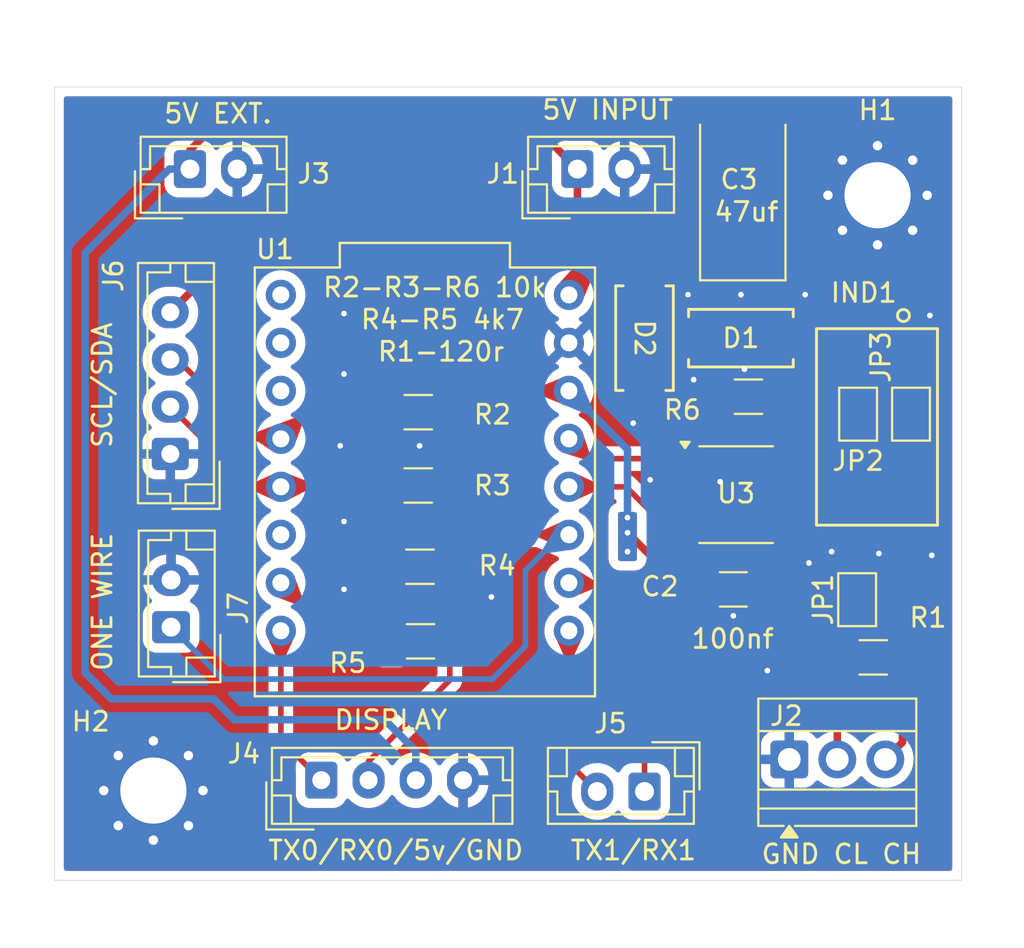
<source format=kicad_pcb>
(kicad_pcb (version 20241229) (generator "pcbnew") (generator_version "9.0")
  (layers (0 "F.Cu" signal "Front") (2 "B.Cu" signal "Back") (13 "F.Paste" user) (15 "B.Paste" user) (5 "F.SilkS" user "F.Silkscreen") (7 "B.SilkS" user "B.Silkscreen") (1 "F.Mask" user) (3 "B.Mask" user) (25 "Edge.Cuts" user))
  (net 0 "")
  (net 1 "/RX0")
  (net 2 "GND")
  (net 5 "+5V")
  (net 6 "/TX0")
  (net 7 "/TX1")
  (net 8 "/IO2")
  (net 9 "+3.3V")
  (net 11 "/RX1")
  (net 13 "Net-(D1-A1)")
  (net 14 "/SCL")
  (net 15 "/SDA")
  (net 16 "Net-(D2-A1)")
  (net 17 "/CANH")
  (net 18 "/CANL")
  (net 19 "Net-(JP1-A)")
  (net 20 "/CAN_TX")
  (net 21 "/CAN_RX")
  (net 22 "Net-(J4-Pin_2)")
  (net 23 "Net-(U3-Rs)")
  (footprint "Connector_JST:JST_EH_B4B-EH-A_1x04_P2.50mm_Vertical" (layer "F.Cu") (at 101.21 87.83 90)
    (property "Reference" "J6" (at 9.43 -3.01 90) (layer "F.SilkS"))
    (property "Value" "i2c")
    (fp_line (start 10.11 -1.71) (end -2.61 -1.71) (stroke (width 0.12)) (layer "F.SilkS"))
    (fp_line (start -2.61 -1.71) (end -2.61 2.31) (stroke (width 0.12)) (layer "F.SilkS"))
    (fp_line (start 9.61 -1.21) (end 9.61 0) (stroke (width 0.12)) (layer "F.SilkS"))
    (fp_line (start -2.11 -1.21) (end 9.61 -1.21) (stroke (width 0.12)) (layer "F.SilkS"))
    (fp_line (start 9.61 0) (end 10.11 0) (stroke (width 0.12)) (layer "F.SilkS"))
    (fp_line (start -2.11 0) (end -2.11 -1.21) (stroke (width 0.12)) (layer "F.SilkS"))
    (fp_line (start -2.61 0) (end -2.11 0) (stroke (width 0.12)) (layer "F.SilkS"))
    (fp_line (start -2.91 0.11) (end -2.91 2.61) (stroke (width 0.12)) (layer "F.SilkS"))
    (fp_line (start 10.11 0.81) (end 9.11 0.81) (stroke (width 0.12)) (layer "F.SilkS"))
    (fp_line (start 9.11 0.81) (end 9.11 2.31) (stroke (width 0.12)) (layer "F.SilkS"))
    (fp_line (start -1.61 0.81) (end -1.61 2.31) (stroke (width 0.12)) (layer "F.SilkS"))
    (fp_line (start -2.61 0.81) (end -1.61 0.81) (stroke (width 0.12)) (layer "F.SilkS"))
    (fp_line (start 10.11 2.31) (end 10.11 -1.71) (stroke (width 0.12)) (layer "F.SilkS"))
    (fp_line (start -2.61 2.31) (end 10.11 2.31) (stroke (width 0.12)) (layer "F.SilkS"))
    (fp_line (start -2.91 2.61) (end -0.41 2.61) (stroke (width 0.12)) (layer "F.SilkS"))
    (pad "1" thru_hole roundrect (at 0 0 90) (size 1.7 1.95) (drill 0.95) (layers "*.Cu" "*.Mask") (roundrect_rratio 0.147059) (net 2 "GND"))
    (pad "2" thru_hole oval (at 2.5 0 90) (size 1.7 1.95) (drill 0.95) (layers "*.Cu" "*.Mask") (net 14 "/SCL"))
    (pad "3" thru_hole oval (at 5 0 90) (size 1.7 1.95) (drill 0.95) (layers "*.Cu" "*.Mask") (net 15 "/SDA"))
    (pad "4" thru_hole oval (at 7.5 0 90) (size 1.7 1.95) (drill 0.95) (layers "*.Cu" "*.Mask") (net 9 "+3.3V"))
  )
  (footprint "Resistor_SMD:R_1206_3216Metric_Pad1.30x1.75mm_HandSolder" (layer "F.Cu") (at 131.8 84.8 180)
    (property "Reference" "R6" (at 3.5 -0.7 0) (layer "F.SilkS"))
    (property "Value" "10k")
    (fp_line (start -0.727064 0.91) (end 0.727064 0.91) (stroke (width 0.12)) (layer "F.SilkS"))
    (fp_line (start -0.727064 -0.91) (end 0.727064 -0.91) (stroke (width 0.12)) (layer "F.SilkS"))
    (pad "1" smd roundrect (at -1.55 0 180) (size 1.3 1.75) (layers "F.Cu" "F.Mask" "F.Paste") (roundrect_rratio 0.192308) (net 23 "Net-(U3-Rs)"))
    (pad "2" smd roundrect (at 1.55 0 180) (size 1.3 1.75) (layers "F.Cu" "F.Mask" "F.Paste") (roundrect_rratio 0.192308) (net 2 "GND"))
  )
  (footprint "Connector_JST:JST_EH_B4B-EH-A_1x04_P2.50mm_Vertical" (layer "F.Cu") (at 109.2 105.1)
    (property "Reference" "J4" (at -4.1 -1.4 0) (layer "F.SilkS"))
    (property "Value" "i2c")
    (fp_line (start -2.91 0.11) (end -2.91 2.61) (stroke (width 0.12)) (layer "F.SilkS"))
    (fp_line (start -2.91 2.61) (end -0.41 2.61) (stroke (width 0.12)) (layer "F.SilkS"))
    (fp_line (start -2.61 -1.71) (end -2.61 2.31) (stroke (width 0.12)) (layer "F.SilkS"))
    (fp_line (start -2.61 0) (end -2.11 0) (stroke (width 0.12)) (layer "F.SilkS"))
    (fp_line (start -2.61 0.81) (end -1.61 0.81) (stroke (width 0.12)) (layer "F.SilkS"))
    (fp_line (start -2.61 2.31) (end 10.11 2.31) (stroke (width 0.12)) (layer "F.SilkS"))
    (fp_line (start -2.11 -1.21) (end 9.61 -1.21) (stroke (width 0.12)) (layer "F.SilkS"))
    (fp_line (start -2.11 0) (end -2.11 -1.21) (stroke (width 0.12)) (layer "F.SilkS"))
    (fp_line (start -1.61 0.81) (end -1.61 2.31) (stroke (width 0.12)) (layer "F.SilkS"))
    (fp_line (start 9.11 0.81) (end 9.11 2.31) (stroke (width 0.12)) (layer "F.SilkS"))
    (fp_line (start 9.61 -1.21) (end 9.61 0) (stroke (width 0.12)) (layer "F.SilkS"))
    (fp_line (start 9.61 0) (end 10.11 0) (stroke (width 0.12)) (layer "F.SilkS"))
    (fp_line (start 10.11 -1.71) (end -2.61 -1.71) (stroke (width 0.12)) (layer "F.SilkS"))
    (fp_line (start 10.11 0.81) (end 9.11 0.81) (stroke (width 0.12)) (layer "F.SilkS"))
    (fp_line (start 10.11 2.31) (end 10.11 -1.71) (stroke (width 0.12)) (layer "F.SilkS"))
    (pad "1" thru_hole roundrect (at 0 0) (size 1.7 1.95) (drill 0.95) (layers "*.Cu" "*.Mask") (roundrect_rratio 0.147059) (net 6 "/TX0"))
    (pad "2" thru_hole oval (at 2.5 0) (size 1.7 1.95) (drill 0.95) (layers "*.Cu" "*.Mask") (net 22 "Net-(J4-Pin_2)"))
    (pad "3" thru_hole oval (at 5 0) (size 1.7 1.95) (drill 0.95) (layers "*.Cu" "*.Mask") (net 5 "+5V"))
    (pad "4" thru_hole oval (at 7.5 0) (size 1.7 1.95) (drill 0.95) (layers "*.Cu" "*.Mask") (net 2 "GND"))
  )
  (footprint "Connector_JST:JST_EH_B2B-EH-A_1x02_P2.50mm_Vertical" (layer "F.Cu") (at 102.25 72.75)
    (property "Reference" "J3" (at 6.55 0.25 0) (layer "F.SilkS"))
    (property "Value" "Display Pwr")
    (fp_line (start -2.91 0.11) (end -2.91 2.61) (stroke (width 0.12)) (layer "F.SilkS"))
    (fp_line (start -2.91 2.61) (end -0.41 2.61) (stroke (width 0.12)) (layer "F.SilkS"))
    (fp_line (start -2.61 -1.71) (end -2.61 2.31) (stroke (width 0.12)) (layer "F.SilkS"))
    (fp_line (start -2.61 0) (end -2.11 0) (stroke (width 0.12)) (layer "F.SilkS"))
    (fp_line (start -2.61 0.81) (end -1.61 0.81) (stroke (width 0.12)) (layer "F.SilkS"))
    (fp_line (start -2.61 2.31) (end 5.11 2.31) (stroke (width 0.12)) (layer "F.SilkS"))
    (fp_line (start -2.11 -1.21) (end 4.61 -1.21) (stroke (width 0.12)) (layer "F.SilkS"))
    (fp_line (start -2.11 0) (end -2.11 -1.21) (stroke (width 0.12)) (layer "F.SilkS"))
    (fp_line (start -1.61 0.81) (end -1.61 2.31) (stroke (width 0.12)) (layer "F.SilkS"))
    (fp_line (start 4.11 0.81) (end 4.11 2.31) (stroke (width 0.12)) (layer "F.SilkS"))
    (fp_line (start 4.61 -1.21) (end 4.61 0) (stroke (width 0.12)) (layer "F.SilkS"))
    (fp_line (start 4.61 0) (end 5.11 0) (stroke (width 0.12)) (layer "F.SilkS"))
    (fp_line (start 5.11 -1.71) (end -2.61 -1.71) (stroke (width 0.12)) (layer "F.SilkS"))
    (fp_line (start 5.11 0.81) (end 4.11 0.81) (stroke (width 0.12)) (layer "F.SilkS"))
    (fp_line (start 5.11 2.31) (end 5.11 -1.71) (stroke (width 0.12)) (layer "F.SilkS"))
    (pad "1" thru_hole roundrect (at 0 0) (size 1.7 2) (drill 1) (layers "*.Cu" "*.Mask") (roundrect_rratio 0.147059) (net 5 "+5V"))
    (pad "2" thru_hole oval (at 2.5 0) (size 1.7 2) (drill 1) (layers "*.Cu" "*.Mask") (net 2 "GND"))
  )
  (footprint "MountingHole:MountingHole_3.5mm_Pad_Via" (layer "F.Cu") (at 138.63 74.135)
    (property "Reference" "H1" (at 0 -4.5 0) (layer "F.SilkS"))
    (property "Value" "MountingHole_Pad")
    (pad "1" thru_hole circle (at -2.625 0) (size 0.8 0.8) (drill 0.5) (layers "*.Cu" "*.Mask") (net 2 "GND"))
    (pad "1" thru_hole circle (at -1.856155 -1.856155) (size 0.8 0.8) (drill 0.5) (layers "*.Cu" "*.Mask") (net 2 "GND"))
    (pad "1" thru_hole circle (at -1.856155 1.856155) (size 0.8 0.8) (drill 0.5) (layers "*.Cu" "*.Mask") (net 2 "GND"))
    (pad "1" thru_hole circle (at 0 -2.625) (size 0.8 0.8) (drill 0.5) (layers "*.Cu" "*.Mask") (net 2 "GND"))
    (pad "1" thru_hole circle (at 0 0) (size 7 7) (drill 3.5) (layers "*.Cu" "*.Mask") (net 2 "GND"))
    (pad "1" thru_hole circle (at 0 2.625) (size 0.8 0.8) (drill 0.5) (layers "*.Cu" "*.Mask") (net 2 "GND"))
    (pad "1" thru_hole circle (at 1.856155 -1.856155) (size 0.8 0.8) (drill 0.5) (layers "*.Cu" "*.Mask") (net 2 "GND"))
    (pad "1" thru_hole circle (at 1.856155 1.856155) (size 0.8 0.8) (drill 0.5) (layers "*.Cu" "*.Mask") (net 2 "GND"))
    (pad "1" thru_hole circle (at 2.625 0) (size 0.8 0.8) (drill 0.5) (layers "*.Cu" "*.Mask") (net 2 "GND"))
  )
  (footprint "smb-diode:DIODE_DO-214AC-L" (layer "F.Cu") (at 131.4 81.7 180)
    (property "Reference" "D1" (at 0 0 0) (layer "F.SilkS"))
    (property "Value" "SMBJ30CA")
    (fp_line (start 2.7686 1.524) (end 2.7686 1.128939) (stroke (width 0.1524)) (layer "F.SilkS"))
    (fp_line (start 2.7686 -1.128939) (end 2.7686 -1.524) (stroke (width 0.1524)) (layer "F.SilkS"))
    (fp_line (start 2.7686 -1.524) (end -2.7686 -1.524) (stroke (width 0.1524)) (layer "F.SilkS"))
    (fp_line (start -2.7686 1.524) (end 2.7686 1.524) (stroke (width 0.1524)) (layer "F.SilkS"))
    (fp_line (start -2.7686 1.128939) (end -2.7686 1.524) (stroke (width 0.1524)) (layer "F.SilkS"))
    (fp_line (start -2.7686 -1.524) (end -2.7686 -1.128939) (stroke (width 0.1524)) (layer "F.SilkS"))
    (pad "1" smd rect (at -1.8161 0 270) (size 1.6002 1.8034) (layers "F.Cu" "F.Mask" "F.Paste") (net 13 "Net-(D1-A1)"))
    (pad "2" smd rect (at 1.8161 0 270) (size 1.6002 1.8034) (layers "F.Cu" "F.Mask" "F.Paste") (net 2 "GND"))
    (zone (net 0) (net_name "") (layer "F.Cu") (connect_pads (clearance 0)) (min_thickness 0.254)
      (keepout (tracks not_allowed) (vias not_allowed) (pads allowed) (copperpour not_allowed) (footprints allowed))
      (fill (thermal_gap 0.508) (thermal_bridge_width 0.508))
      (polygon (pts (xy 132.2636 82.5763) (xy 130.5364 82.5763) (xy 130.5364 80.8237) (xy 132.2636 80.8237)))
    )
    (zone (net 0) (net_name "") (layer "F.Cu") (connect_pads (clearance 0)) (min_thickness 0.254)
      (keepout (tracks not_allowed) (vias not_allowed) (pads allowed) (copperpour not_allowed) (footprints allowed))
      (fill (thermal_gap 0.508) (thermal_bridge_width 0.508))
      (polygon (pts (xy 133.9908 80.8237) (xy 128.8092 80.8237) (xy 128.8092 80.3538) (xy 133.9908 80.3538)))
    )
    (zone (net 0) (net_name "") (layer "F.Cu") (connect_pads (clearance 0)) (min_thickness 0.254)
      (keepout (tracks not_allowed) (vias not_allowed) (pads allowed) (copperpour not_allowed) (footprints allowed))
      (fill (thermal_gap 0.508) (thermal_bridge_width 0.508))
      (polygon (pts (xy 133.9908 83.0462) (xy 128.8092 83.0462) (xy 128.8092 82.5763) (xy 133.9908 82.5763)))
    )
  )
  (footprint "Resistor_SMD:R_1206_3216Metric_Pad1.30x1.75mm_HandSolder" (layer "F.Cu") (at 138.4 98.6 180)
    (property "Reference" "R1" (at -2.9 2.1 0) (layer "F.SilkS"))
    (property "Value" "120R")
    (fp_line (start -0.727064 0.91) (end 0.727064 0.91) (stroke (width 0.12)) (layer "F.SilkS"))
    (fp_line (start -0.727064 -0.91) (end 0.727064 -0.91) (stroke (width 0.12)) (layer "F.SilkS"))
    (pad "1" smd roundrect (at -1.55 0 180) (size 1.3 1.75) (layers "F.Cu" "F.Mask" "F.Paste") (roundrect_rratio 0.192308) (net 17 "/CANH"))
    (pad "2" smd roundrect (at 1.55 0 180) (size 1.3 1.75) (layers "F.Cu" "F.Mask" "F.Paste") (roundrect_rratio 0.192308) (net 19 "Net-(JP1-A)"))
  )
  (footprint "Jumper:SolderJumper-2_P1.3mm_Open_TrianglePad1.0x1.5mm" (layer "F.Cu") (at 140.4 85.725 -90)
    (property "Reference" "JP3" (at -3.025 1.6 90) (layer "F.SilkS"))
    (property "Value" "SolderJumper_2_Open")
    (fp_line (start -1.4 1) (end -1.4 -1) (stroke (width 0.12)) (layer "F.SilkS"))
    (fp_line (start 1.4 1) (end -1.4 1) (stroke (width 0.12)) (layer "F.SilkS"))
    (fp_line (start -1.4 -1) (end 1.4 -1) (stroke (width 0.12)) (layer "F.SilkS"))
    (fp_line (start 1.4 -1) (end 1.4 1) (stroke (width 0.12)) (layer "F.SilkS"))
    (pad "1" smd custom (at -0.725 0 270) (size 0.3 0.3) (layers "F.Cu" "F.Mask") (net 13 "Net-(D1-A1)") (options (clearance outline) (anchor rect)) (primitives (gr_poly (pts (xy 1 0) (xy 0.5 0.75) (xy -0.5 0.75) (xy -0.5 -0.75) (xy 0.5 -0.75)) (width 0) (fill yes))))
    (pad "2" smd custom (at 0.725 0 270) (size 0.3 0.3) (layers "F.Cu" "F.Mask") (net 17 "/CANH") (options (clearance outline) (anchor rect)) (primitives (gr_poly (pts (xy 0.5 0.75) (xy -0.65 0.75) (xy -0.15 0) (xy -0.65 -0.75) (xy 0.5 -0.75)) (width 0) (fill yes))))
  )
  (footprint "Resistor_SMD:R_1206_3216Metric_Pad1.30x1.75mm_HandSolder" (layer "F.Cu") (at 114.33 89.5 180)
    (property "Reference" "R3" (at -3.92 0 0) (layer "F.SilkS"))
    (property "Value" "10k")
    (fp_line (start -0.727064 0.91) (end 0.727064 0.91) (stroke (width 0.12)) (layer "F.SilkS"))
    (fp_line (start -0.727064 -0.91) (end 0.727064 -0.91) (stroke (width 0.12)) (layer "F.SilkS"))
    (pad "1" smd roundrect (at -1.55 0 180) (size 1.3 1.75) (layers "F.Cu" "F.Mask" "F.Paste") (roundrect_rratio 0.192308) (net 9 "+3.3V"))
    (pad "2" smd roundrect (at 1.55 0 180) (size 1.3 1.75) (layers "F.Cu" "F.Mask" "F.Paste") (roundrect_rratio 0.192308) (net 14 "/SCL"))
  )
  (footprint "TerminalBlock:TerminalBlock_Xinya_XY308-2.54-3P_1x03_P2.54mm_Horizontal" (layer "F.Cu") (at 133.96 104)
    (property "Reference" "J2" (at -0.16 -2.3 0) (layer "F.SilkS"))
    (property "Value" "Screw_Terminal_01x03")
    (fp_line (start -1.64 -3.22) (end -1.64 3.52) (stroke (width 0.12)) (layer "F.SilkS"))
    (fp_line (start -1.64 -3.22) (end 6.72 -3.22) (stroke (width 0.12)) (layer "F.SilkS"))
    (fp_line (start -1.64 -1.5) (end 6.72 -1.5) (stroke (width 0.12)) (layer "F.SilkS"))
    (fp_line (start -1.64 1.6) (end 6.72 1.6) (stroke (width 0.12)) (layer "F.SilkS"))
    (fp_line (start -1.64 2.6) (end 6.72 2.6) (stroke (width 0.12)) (layer "F.SilkS"))
    (fp_line (start -1.64 3.52) (end -0.3 3.52) (stroke (width 0.12)) (layer "F.SilkS"))
    (fp_line (start 0.3 3.52) (end 6.72 3.52) (stroke (width 0.12)) (layer "F.SilkS"))
    (fp_line (start 6.72 -3.22) (end 6.72 3.52) (stroke (width 0.12)) (layer "F.SilkS"))
    (fp_poly (pts (xy 0 3.52) (xy 0.44 4.13) (xy -0.44 4.13)) (stroke (width 0.12)) (fill yes) (layer "F.SilkS"))
    (pad "1" thru_hole roundrect (at 0 0) (size 2 2) (drill 1.2) (layers "*.Cu" "*.Mask") (roundrect_rratio 0.125) (net 2 "GND"))
    (pad "2" thru_hole circle (at 2.54 0) (size 2 2) (drill 1.2) (layers "*.Cu" "*.Mask") (net 18 "/CANL"))
    (pad "3" thru_hole circle (at 5.08 0) (size 2 2) (drill 1.2) (layers "*.Cu" "*.Mask") (net 17 "/CANH"))
  )
  (footprint "Resistor_SMD:R_1206_3216Metric_Pad1.30x1.75mm_HandSolder" (layer "F.Cu") (at 114.45 97.75 180)
    (property "Reference" "R5" (at 3.85 -1.15 0) (layer "F.SilkS"))
    (property "Value" "4k7")
    (fp_line (start -0.727064 0.91) (end 0.727064 0.91) (stroke (width 0.12)) (layer "F.SilkS"))
    (fp_line (start -0.727064 -0.91) (end 0.727064 -0.91) (stroke (width 0.12)) (layer "F.SilkS"))
    (pad "1" smd roundrect (at -1.55 0 180) (size 1.3 1.75) (layers "F.Cu" "F.Mask" "F.Paste") (roundrect_rratio 0.192308) (net 22 "Net-(J4-Pin_2)"))
    (pad "2" smd roundrect (at 1.55 0 180) (size 1.3 1.75) (layers "F.Cu" "F.Mask" "F.Paste") (roundrect_rratio 0.192308) (net 1 "/RX0"))
  )
  (footprint "dr331:DR331" (layer "F.Cu") (at 138.5 86.3 -90)
    (property "Reference" "IND1" (at -7 0.6 0) (layer "F.SilkS"))
    (property "Value" "DR331-513AE")
    (fp_line (start -5.1 3.1) (end 5.3 3.1) (stroke (width 0.1524)) (layer "F.SilkS"))
    (fp_line (start 5.3 3.1) (end 5.3 -3.3) (stroke (width 0.1524)) (layer "F.SilkS"))
    (fp_line (start -5.1 -3.3) (end -5.1 3.1) (stroke (width 0.1524)) (layer "F.SilkS"))
    (fp_line (start 5.3 -3.3) (end -5.1 -3.3) (stroke (width 0.1524)) (layer "F.SilkS"))
    (fp_circle (center -5.8 -1.5) (end -5.6984 -1.2) (stroke (width 0.1524)) (fill no) (layer "F.SilkS"))
    (pad "1" smd rect (at -4 -1.5 270) (size 2 1) (layers "F.Cu" "F.Mask" "F.Paste") (net 13 "Net-(D1-A1)"))
    (pad "2" smd rect (at -3.9 1.2 270) (size 2 1) (layers "F.Cu" "F.Mask" "F.Paste") (net 16 "Net-(D2-A1)"))
    (pad "3" smd rect (at 4.2 1.2 270) (size 2 1) (layers "F.Cu" "F.Mask" "F.Paste") (net 18 "/CANL"))
    (pad "4" smd rect (at 4.2 -1.5 270) (size 2 1) (layers "F.Cu" "F.Mask" "F.Paste") (net 17 "/CANH"))
  )
  (footprint "Connector_JST:JST_EH_B2B-EH-A_1x02_P2.50mm_Vertical" (layer "F.Cu") (at 122.75 72.75)
    (property "Reference" "J1" (at -3.95 0.25 0) (layer "F.SilkS"))
    (property "Value" "5v In.")
    (fp_line (start -2.91 0.11) (end -2.91 2.61) (stroke (width 0.12)) (layer "F.SilkS"))
    (fp_line (start -2.91 2.61) (end -0.41 2.61) (stroke (width 0.12)) (layer "F.SilkS"))
    (fp_line (start -2.61 -1.71) (end -2.61 2.31) (stroke (width 0.12)) (layer "F.SilkS"))
    (fp_line (start -2.61 0) (end -2.11 0) (stroke (width 0.12)) (layer "F.SilkS"))
    (fp_line (start -2.61 0.81) (end -1.61 0.81) (stroke (width 0.12)) (layer "F.SilkS"))
    (fp_line (start -2.61 2.31) (end 5.11 2.31) (stroke (width 0.12)) (layer "F.SilkS"))
    (fp_line (start -2.11 -1.21) (end 4.61 -1.21) (stroke (width 0.12)) (layer "F.SilkS"))
    (fp_line (start -2.11 0) (end -2.11 -1.21) (stroke (width 0.12)) (layer "F.SilkS"))
    (fp_line (start -1.61 0.81) (end -1.61 2.31) (stroke (width 0.12)) (layer "F.SilkS"))
    (fp_line (start 4.11 0.81) (end 4.11 2.31) (stroke (width 0.12)) (layer "F.SilkS"))
    (fp_line (start 4.61 -1.21) (end 4.61 0) (stroke (width 0.12)) (layer "F.SilkS"))
    (fp_line (start 4.61 0) (end 5.11 0) (stroke (width 0.12)) (layer "F.SilkS"))
    (fp_line (start 5.11 -1.71) (end -2.61 -1.71) (stroke (width 0.12)) (layer "F.SilkS"))
    (fp_line (start 5.11 0.81) (end 4.11 0.81) (stroke (width 0.12)) (layer "F.SilkS"))
    (fp_line (start 5.11 2.31) (end 5.11 -1.71) (stroke (width 0.12)) (layer "F.SilkS"))
    (pad "1" thru_hole roundrect (at 0 0) (size 1.7 2) (drill 1) (layers "*.Cu" "*.Mask") (roundrect_rratio 0.147059) (net 5 "+5V"))
    (pad "2" thru_hole oval (at 2.5 0) (size 1.7 2) (drill 1) (layers "*.Cu" "*.Mask") (net 2 "GND"))
  )
  (footprint "MountingHole:MountingHole_3.5mm_Pad_Via" (layer "F.Cu") (at 100.315 105.65)
    (property "Reference" "H2" (at -3.315 -3.65 0) (layer "F.SilkS"))
    (property "Value" "MountingHole_Pad")
    (pad "1" thru_hole circle (at -2.625 0) (size 0.8 0.8) (drill 0.5) (layers "*.Cu" "*.Mask") (net 2 "GND"))
    (pad "1" thru_hole circle (at -1.856155 -1.856155) (size 0.8 0.8) (drill 0.5) (layers "*.Cu" "*.Mask") (net 2 "GND"))
    (pad "1" thru_hole circle (at -1.856155 1.856155) (size 0.8 0.8) (drill 0.5) (layers "*.Cu" "*.Mask") (net 2 "GND"))
    (pad "1" thru_hole circle (at 0 -2.625) (size 0.8 0.8) (drill 0.5) (layers "*.Cu" "*.Mask") (net 2 "GND"))
    (pad "1" thru_hole circle (at 0 0) (size 7 7) (drill 3.5) (layers "*.Cu" "*.Mask") (net 2 "GND"))
    (pad "1" thru_hole circle (at 0 2.625) (size 0.8 0.8) (drill 0.5) (layers "*.Cu" "*.Mask") (net 2 "GND"))
    (pad "1" thru_hole circle (at 1.856155 -1.856155) (size 0.8 0.8) (drill 0.5) (layers "*.Cu" "*.Mask") (net 2 "GND"))
    (pad "1" thru_hole circle (at 1.856155 1.856155) (size 0.8 0.8) (drill 0.5) (layers "*.Cu" "*.Mask") (net 2 "GND"))
    (pad "1" thru_hole circle (at 2.625 0) (size 0.8 0.8) (drill 0.5) (layers "*.Cu" "*.Mask") (net 2 "GND"))
  )
  (footprint "Connector_JST:JST_EH_B2B-EH-A_1x02_P2.50mm_Vertical" (layer "F.Cu") (at 126.3 105.7 180)
    (property "Reference" "J5" (at 1.8 3.6 180) (layer "F.SilkS"))
    (property "Value" "TX1-RX1")
    (fp_line (start 5.11 2.31) (end 5.11 -1.71) (stroke (width 0.12)) (layer "F.SilkS"))
    (fp_line (start 5.11 0.81) (end 4.11 0.81) (stroke (width 0.12)) (layer "F.SilkS"))
    (fp_line (start 5.11 -1.71) (end -2.61 -1.71) (stroke (width 0.12)) (layer "F.SilkS"))
    (fp_line (start 4.61 0) (end 5.11 0) (stroke (width 0.12)) (layer "F.SilkS"))
    (fp_line (start 4.61 -1.21) (end 4.61 0) (stroke (width 0.12)) (layer "F.SilkS"))
    (fp_line (start 4.11 0.81) (end 4.11 2.31) (stroke (width 0.12)) (layer "F.SilkS"))
    (fp_line (start -1.61 0.81) (end -1.61 2.31) (stroke (width 0.12)) (layer "F.SilkS"))
    (fp_line (start -2.11 0) (end -2.11 -1.21) (stroke (width 0.12)) (layer "F.SilkS"))
    (fp_line (start -2.11 -1.21) (end 4.61 -1.21) (stroke (width 0.12)) (layer "F.SilkS"))
    (fp_line (start -2.61 2.31) (end 5.11 2.31) (stroke (width 0.12)) (layer "F.SilkS"))
    (fp_line (start -2.61 0.81) (end -1.61 0.81) (stroke (width 0.12)) (layer "F.SilkS"))
    (fp_line (start -2.61 0) (end -2.11 0) (stroke (width 0.12)) (layer "F.SilkS"))
    (fp_line (start -2.61 -1.71) (end -2.61 2.31) (stroke (width 0.12)) (layer "F.SilkS"))
    (fp_line (start -2.91 2.61) (end -0.41 2.61) (stroke (width 0.12)) (layer "F.SilkS"))
    (fp_line (start -2.91 0.11) (end -2.91 2.61) (stroke (width 0.12)) (layer "F.SilkS"))
    (pad "1" thru_hole roundrect (at 0 0 180) (size 1.7 2) (drill 1) (layers "*.Cu" "*.Mask") (roundrect_rratio 0.147059) (net 11 "/RX1"))
    (pad "2" thru_hole oval (at 2.5 0 180) (size 1.7 2) (drill 1) (layers "*.Cu" "*.Mask") (net 7 "/TX1"))
  )
  (footprint "smb-diode:DIODE_DO-214AC-L" (layer "F.Cu") (at 126.3 81.7 90)
    (property "Reference" "D2" (at 0 0 270) (layer "F.SilkS"))
    (property "Value" "SMBJ30CA")
    (fp_line (start 2.7686 -1.524) (end -2.7686 -1.524) (stroke (width 0.1524)) (layer "F.SilkS"))
    (fp_line (start -2.7686 -1.524) (end -2.7686 -1.128939) (stroke (width 0.1524)) (layer "F.SilkS"))
    (fp_line (start 2.7686 -1.128939) (end 2.7686 -1.524) (stroke (width 0.1524)) (layer "F.SilkS"))
    (fp_line (start -2.7686 1.128939) (end -2.7686 1.524) (stroke (width 0.1524)) (layer "F.SilkS"))
    (fp_line (start 2.7686 1.524) (end 2.7686 1.128939) (stroke (width 0.1524)) (layer "F.SilkS"))
    (fp_line (start -2.7686 1.524) (end 2.7686 1.524) (stroke (width 0.1524)) (layer "F.SilkS"))
    (pad "1" smd rect (at -1.8161 0 180) (size 1.6002 1.8034) (layers "F.Cu" "F.Mask" "F.Paste") (net 16 "Net-(D2-A1)"))
    (pad "2" smd rect (at 1.8161 0 180) (size 1.6002 1.8034) (layers "F.Cu" "F.Mask" "F.Paste") (net 2 "GND"))
    (zone (net 0) (net_name "") (layer "F.Cu") (connect_pads (clearance 0)) (min_thickness 0.254)
      (keepout (tracks not_allowed) (vias not_allowed) (pads allowed) (copperpour not_allowed) (footprints allowed))
      (fill (thermal_gap 0.508) (thermal_bridge_width 0.508))
      (polygon (pts (xy 124.9538 84.2908) (xy 124.9538 79.1092) (xy 125.4237 79.1092) (xy 125.4237 84.2908)))
    )
    (zone (net 0) (net_name "") (layer "F.Cu") (connect_pads (clearance 0)) (min_thickness 0.254)
      (keepout (tracks not_allowed) (vias not_allowed) (pads allowed) (copperpour not_allowed) (footprints allowed))
      (fill (thermal_gap 0.508) (thermal_bridge_width 0.508))
      (polygon (pts (xy 125.4237 82.5636) (xy 125.4237 80.8364) (xy 127.1763 80.8364) (xy 127.1763 82.5636)))
    )
    (zone (net 0) (net_name "") (layer "F.Cu") (connect_pads (clearance 0)) (min_thickness 0.254)
      (keepout (tracks not_allowed) (vias not_allowed) (pads allowed) (copperpour not_allowed) (footprints allowed))
      (fill (thermal_gap 0.508) (thermal_bridge_width 0.508))
      (polygon (pts (xy 127.1763 84.2908) (xy 127.1763 79.1092) (xy 127.6462 79.1092) (xy 127.6462 84.2908)))
    )
  )
  (footprint "Resistor_SMD:R_1206_3216Metric_Pad1.30x1.75mm_HandSolder" (layer "F.Cu") (at 114.42 93.8)
    (property "Reference" "R4" (at 4.08 -0.05 0) (layer "F.SilkS"))
    (property "Value" "4k7")
    (fp_line (start -0.727064 -0.91) (end 0.727064 -0.91) (stroke (width 0.12)) (layer "F.SilkS"))
    (fp_line (start -0.727064 0.91) (end 0.727064 0.91) (stroke (width 0.12)) (layer "F.SilkS"))
    (pad "1" smd roundrect (at -1.55 0) (size 1.3 1.75) (layers "F.Cu" "F.Mask" "F.Paste") (roundrect_rratio 0.192308) (net 9 "+3.3V"))
    (pad "2" smd roundrect (at 1.55 0) (size 1.3 1.75) (layers "F.Cu" "F.Mask" "F.Paste") (roundrect_rratio 0.192308) (net 8 "/IO2"))
  )
  (footprint "Package_DIP:MODULE_ESP32-C3_SUPERMINI" (layer "F.Cu") (at 114.68 89.31)
    (property "Reference" "U1" (at -7.93 -12.31 0) (layer "F.SilkS"))
    (property "Value" "ESP32-C3_SUPERMINI_TH")
    (fp_line (start -9 11.35) (end -9 -11.35) (stroke (width 0.127)) (layer "F.SilkS"))
    (fp_line (start -4.5 -12.65) (end -4.5 -11.35) (stroke (width 0.127)) (layer "F.SilkS"))
    (fp_line (start -4.5 -11.35) (end -9 -11.35) (stroke (width 0.127)) (layer "F.SilkS"))
    (fp_line (start 4.5 -12.65) (end -4.5 -12.65) (stroke (width 0.127)) (layer "F.SilkS"))
    (fp_line (start 4.5 -12.65) (end 4.5 -11.35) (stroke (width 0.127)) (layer "F.SilkS"))
    (fp_line (start 9 -11.35) (end 4.5 -11.35) (stroke (width 0.127)) (layer "F.SilkS"))
    (fp_line (start 9 11.35) (end -9 11.35) (stroke (width 0.127)) (layer "F.SilkS"))
    (fp_line (start 9 11.35) (end 9 -11.35) (stroke (width 0.127)) (layer "F.SilkS"))
    (pad "0" thru_hole circle (at 7.62 7.88) (size 1.6 1.6) (drill 0.9) (layers "*.Cu" "*.Mask") (net 7 "/TX1"))
    (pad "1" thru_hole circle (at 7.62 5.34) (size 1.6 1.6) (drill 0.9) (layers "*.Cu" "*.Mask") (net 11 "/RX1"))
    (pad "2" thru_hole circle (at 7.62 2.8) (size 1.6 1.6) (drill 0.9) (layers "*.Cu" "*.Mask") (net 8 "/IO2"))
    (pad "3" thru_hole circle (at 7.62 0.26) (size 1.6 1.6) (drill 0.9) (layers "*.Cu" "*.Mask") (net 21 "/CAN_RX"))
    (pad "3.3" thru_hole circle (at 7.62 -4.82) (size 1.6 1.6) (drill 0.9) (layers "*.Cu" "*.Mask") (net 9 "+3.3V"))
    (pad "4" thru_hole circle (at 7.62 -2.28) (size 1.6 1.6) (drill 0.9) (layers "*.Cu" "*.Mask") (net 20 "/CAN_TX"))
    (pad "5" thru_hole circle (at -7.62 -9.9) (size 1.6 1.6) (drill 0.9) (layers "*.Cu" "*.Mask"))
    (pad "5V" thru_hole circle (at 7.62 -9.9) (size 1.6 1.6) (drill 0.9) (layers "*.Cu" "*.Mask") (net 5 "+5V"))
    (pad "6" thru_hole circle (at -7.62 -7.36) (size 1.6 1.6) (drill 0.9) (layers "*.Cu" "*.Mask"))
    (pad "7" thru_hole circle (at -7.62 -4.82) (size 1.6 1.6) (drill 0.9) (layers "*.Cu" "*.Mask"))
    (pad "8" thru_hole circle (at -7.62 -2.28) (size 1.6 1.6) (drill 0.9) (layers "*.Cu" "*.Mask") (net 15 "/SDA"))
    (pad "9" thru_hole circle (at -7.62 0.26) (size 1.6 1.6) (drill 0.9) (layers "*.Cu" "*.Mask") (net 14 "/SCL"))
    (pad "10" thru_hole circle (at -7.62 2.8) (size 1.6 1.6) (drill 0.9) (layers "*.Cu" "*.Mask"))
    (pad "20" thru_hole circle (at -7.62 5.34) (size 1.6 1.6) (drill 0.9) (layers "*.Cu" "*.Mask") (net 1 "/RX0"))
    (pad "21" thru_hole circle (at -7.62 7.88) (size 1.6 1.6) (drill 0.9) (layers "*.Cu" "*.Mask") (net 6 "/TX0"))
    (pad "G" thru_hole circle (at 7.62 -7.36) (size 1.6 1.6) (drill 0.9) (layers "*.Cu" "*.Mask") (net 2 "GND"))
  )
  (footprint "Capacitor_SMD:C_1206_3216Metric_Pad1.33x1.80mm_HandSolder" (layer "F.Cu") (at 131 95 180)
    (property "Reference" "C2" (at 3.8825 0.15 0) (layer "F.SilkS"))
    (property "Value" "100nf")
    (fp_line (start -0.711252 0.91) (end 0.711252 0.91) (stroke (width 0.12)) (layer "F.SilkS"))
    (fp_line (start -0.711252 -0.91) (end 0.711252 -0.91) (stroke (width 0.12)) (layer "F.SilkS"))
    (pad "1" smd roundrect (at -1.5625 0 180) (size 1.325 1.8) (layers "F.Cu" "F.Mask" "F.Paste") (roundrect_rratio 0.188679) (net 9 "+3.3V"))
    (pad "2" smd roundrect (at 1.5625 0 180) (size 1.325 1.8) (layers "F.Cu" "F.Mask" "F.Paste") (roundrect_rratio 0.188679) (net 2 "GND"))
  )
  (footprint "Jumper:SolderJumper-2_P1.3mm_Bridged_Pad1.0x1.5mm" (layer "F.Cu") (at 137.55 95.545 90)
    (property "Reference" "JP1" (at 0 -1.8 90) (layer "F.SilkS"))
    (property "Value" "SolderJumper_2_Closed")
    (fp_poly (pts (xy -0.25 -0.3) (xy 0.25 -0.3) (xy 0.25 0.3) (xy -0.25 0.3)) (fill yes) (layer "F.Cu"))
    (fp_line (start 1.4 -1) (end 1.4 1) (stroke (width 0.12)) (layer "F.SilkS"))
    (fp_line (start -1.4 -1) (end 1.4 -1) (stroke (width 0.12)) (layer "F.SilkS"))
    (fp_line (start 1.4 1) (end -1.4 1) (stroke (width 0.12)) (layer "F.SilkS"))
    (fp_line (start -1.4 1) (end -1.4 -1) (stroke (width 0.12)) (layer "F.SilkS"))
    (pad "1" smd rect (at -0.65 0 90) (size 1 1.5) (layers "F.Cu" "F.Mask") (net 19 "Net-(JP1-A)"))
    (pad "2" smd rect (at 0.65 0 90) (size 1 1.5) (layers "F.Cu" "F.Mask") (net 18 "/CANL"))
  )
  (footprint "Connector_JST:JST_EH_B2B-EH-A_1x02_P2.50mm_Vertical" (layer "F.Cu") (at 101.25 97 90)
    (property "Reference" "J7" (at 1 3.55 90) (layer "F.SilkS"))
    (property "Value" "One_Wire")
    (fp_line (start 5.11 -1.71) (end -2.61 -1.71) (stroke (width 0.12)) (layer "F.SilkS"))
    (fp_line (start -2.61 -1.71) (end -2.61 2.31) (stroke (width 0.12)) (layer "F.SilkS"))
    (fp_line (start 4.61 -1.21) (end 4.61 0) (stroke (width 0.12)) (layer "F.SilkS"))
    (fp_line (start -2.11 -1.21) (end 4.61 -1.21) (stroke (width 0.12)) (layer "F.SilkS"))
    (fp_line (start 4.61 0) (end 5.11 0) (stroke (width 0.12)) (layer "F.SilkS"))
    (fp_line (start -2.11 0) (end -2.11 -1.21) (stroke (width 0.12)) (layer "F.SilkS"))
    (fp_line (start -2.61 0) (end -2.11 0) (stroke (width 0.12)) (layer "F.SilkS"))
    (fp_line (start -2.91 0.11) (end -2.91 2.61) (stroke (width 0.12)) (layer "F.SilkS"))
    (fp_line (start 5.11 0.81) (end 4.11 0.81) (stroke (width 0.12)) (layer "F.SilkS"))
    (fp_line (start 4.11 0.81) (end 4.11 2.31) (stroke (width 0.12)) (layer "F.SilkS"))
    (fp_line (start -1.61 0.81) (end -1.61 2.31) (stroke (width 0.12)) (layer "F.SilkS"))
    (fp_line (start -2.61 0.81) (end -1.61 0.81) (stroke (width 0.12)) (layer "F.SilkS"))
    (fp_line (start 5.11 2.31) (end 5.11 -1.71) (stroke (width 0.12)) (layer "F.SilkS"))
    (fp_line (start -2.61 2.31) (end 5.11 2.31) (stroke (width 0.12)) (layer "F.SilkS"))
    (fp_line (start -2.91 2.61) (end -0.41 2.61) (stroke (width 0.12)) (layer "F.SilkS"))
    (pad "1" thru_hole roundrect (at 0 0 90) (size 1.7 2) (drill 1) (layers "*.Cu" "*.Mask") (roundrect_rratio 0.147059) (net 8 "/IO2"))
    (pad "2" thru_hole oval (at 2.5 0 90) (size 1.7 2) (drill 1) (layers "*.Cu" "*.Mask") (net 2 "GND"))
  )
  (footprint "Package_SO:SOIC-8_3.9x4.9mm_P1.27mm" (layer "F.Cu") (at 131.145 89.985)
    (property "Reference" "U3" (at 0 -0.065 0) (layer "F.SilkS"))
    (property "Value" "SN65HVD230")
    (fp_line (start 0 -2.56) (end -1.95 -2.56) (stroke (width 0.12)) (layer "F.SilkS"))
    (fp_line (start 0 -2.56) (end 1.95 -2.56) (stroke (width 0.12)) (layer "F.SilkS"))
    (fp_line (start 0 2.56) (end -1.95 2.56) (stroke (width 0.12)) (layer "F.SilkS"))
    (fp_line (start 0 2.56) (end 1.95 2.56) (stroke (width 0.12)) (layer "F.SilkS"))
    (fp_poly (pts (xy -2.7 -2.465) (xy -2.94 -2.795) (xy -2.46 -2.795)) (stroke (width 0.12)) (fill yes) (layer "F.SilkS"))
    (pad "1" smd roundrect (at -2.475 -1.905) (size 1.95 0.6) (layers "F.Cu" "F.Mask" "F.Paste") (net 20 "/CAN_TX"))
    (pad "2" smd roundrect (at -2.475 -0.635) (size 1.95 0.6) (layers "F.Cu" "F.Mask" "F.Paste") (net 2 "GND"))
    (pad "3" smd roundrect (at -2.475 0.635) (size 1.95 0.6) (layers "F.Cu" "F.Mask" "F.Paste") (net 9 "+3.3V"))
    (pad "4" smd roundrect (at -2.475 1.905) (size 1.95 0.6) (layers "F.Cu" "F.Mask" "F.Paste") (net 21 "/CAN_RX"))
    (pad "5" smd roundrect (at 2.475 1.905) (size 1.95 0.6) (layers "F.Cu" "F.Mask" "F.Paste"))
    (pad "6" smd roundrect (at 2.475 0.635) (size 1.95 0.6) (layers "F.Cu" "F.Mask" "F.Paste") (net 16 "Net-(D2-A1)"))
    (pad "7" smd roundrect (at 2.475 -0.635) (size 1.95 0.6) (layers "F.Cu" "F.Mask" "F.Paste") (net 13 "Net-(D1-A1)"))
    (pad "8" smd roundrect (at 2.475 -1.905) (size 1.95 0.6) (layers "F.Cu" "F.Mask" "F.Paste") (net 23 "Net-(U3-Rs)"))
  )
  (footprint "Resistor_SMD:R_1206_3216Metric_Pad1.30x1.75mm_HandSolder" (layer "F.Cu") (at 114.33 85.62 180)
    (property "Reference" "R2" (at -3.92 -0.13 0) (layer "F.SilkS"))
    (property "Value" "10k")
    (fp_line (start -0.727064 0.91) (end 0.727064 0.91) (stroke (width 0.12)) (layer "F.SilkS"))
    (fp_line (start -0.727064 -0.91) (end 0.727064 -0.91) (stroke (width 0.12)) (layer "F.SilkS"))
    (pad "1" smd roundrect (at -1.55 0 180) (size 1.3 1.75) (layers "F.Cu" "F.Mask" "F.Paste") (roundrect_rratio 0.192308) (net 9 "+3.3V"))
    (pad "2" smd roundrect (at 1.55 0 180) (size 1.3 1.75) (layers "F.Cu" "F.Mask" "F.Paste") (roundrect_rratio 0.192308) (net 15 "/SDA"))
  )
  (footprint "Jumper:SolderJumper-2_P1.3mm_Open_TrianglePad1.0x1.5mm" (layer "F.Cu") (at 137.6 85.725 -90)
    (property "Reference" "JP2" (at 2.475 0 0) (layer "F.SilkS"))
    (property "Value" "SolderJumper_2_Open")
    (fp_line (start -1.4 1) (end -1.4 -1) (stroke (width 0.12)) (layer "F.SilkS"))
    (fp_line (start 1.4 1) (end -1.4 1) (stroke (width 0.12)) (layer "F.SilkS"))
    (fp_line (start -1.4 -1) (end 1.4 -1) (stroke (width 0.12)) (layer "F.SilkS"))
    (fp_line (start 1.4 -1) (end 1.4 1) (stroke (width 0.12)) (layer "F.SilkS"))
    (pad "1" smd custom (at -0.725 0 270) (size 0.3 0.3) (layers "F.Cu" "F.Mask") (net 16 "Net-(D2-A1)") (options (clearance outline) (anchor rect)) (primitives (gr_poly (pts (xy 1 0) (xy 0.5 0.75) (xy -0.5 0.75) (xy -0.5 -0.75) (xy 0.5 -0.75)) (width 0) (fill yes))))
    (pad "2" smd custom (at 0.725 0 270) (size 0.3 0.3) (layers "F.Cu" "F.Mask") (net 18 "/CANL") (options (clearance outline) (anchor rect)) (primitives (gr_poly (pts (xy 0.5 0.75) (xy -0.65 0.75) (xy -0.15 0) (xy -0.65 -0.75) (xy 0.5 -0.75)) (width 0) (fill yes))))
  )
  (footprint "Capacitor_Tantalum_SMD:CP_EIA-7343-20_Kemet-V_HandSolder" (layer "F.Cu") (at 131.5 74.05 90)
    (property "Reference" "C3" (at 0.75 -0.2 180) (layer "F.SilkS"))
    (property "Value" "47uf")
    (fp_line (start 3.65 -2.26) (end -4.59 -2.26) (stroke (width 0.12)) (layer "F.SilkS"))
    (fp_line (start -4.59 -2.26) (end -4.59 2.26) (stroke (width 0.12)) (layer "F.SilkS"))
    (fp_line (start -4.59 2.26) (end 3.65 2.26) (stroke (width 0.12)) (layer "F.SilkS"))
    (pad "1" smd roundrect (at -3.2075 0 90) (size 2.245 2.59) (layers "F.Cu" "F.Mask" "F.Paste") (roundrect_rratio 0.111359) (net 5 "+5V"))
    (pad "2" smd roundrect (at 3.2075 0 90) (size 2.245 2.59) (layers "F.Cu" "F.Mask" "F.Paste") (roundrect_rratio 0.111359) (net 2 "GND"))
  )
  (gr_rect (start 95.08 68.4) (end 143.08 110.4) (stroke (width 0.0381)) (fill no) (layer "Edge.Cuts"))
  (gr_text "TX1/RX1" (at 122.3 109.4 0) (layer "F.SilkS") (effects (font (size 1 1) (thickness 0.1524) (bold yes)) (justify left bottom)))
  (gr_text "TX0/RX0/5v/GND" (at 106.3 109.4 0) (layer "F.SilkS") (effects (font (size 1 1) (thickness 0.1524) (bold yes)) (justify left bottom)))
  (gr_text "DISPLAY" (at 109.8 102.5 0) (layer "F.SilkS") (effects (font (size 1 1) (thickness 0.1524) (bold yes)) (justify left bottom)))
  (gr_text "R4-R5 4k7" (at 111.2 81.3 0) (layer "F.SilkS") (effects (font (size 1 1) (thickness 0.1524) (bold yes)) (justify left bottom)))
  (gr_text "R1-120r" (at 112.1 83 0) (layer "F.SilkS") (effects (font (size 1 1) (thickness 0.1524) (bold yes)) (justify left bottom)))
  (gr_text "5V INPUT" (at 120.8 70.2 0) (layer "F.SilkS") (effects (font (size 1 1) (thickness 0.1524) (bold yes)) (justify left bottom)))
  (gr_text "47uf" (at 129.9 75.6 0) (layer "F.SilkS") (effects (font (size 1 1) (thickness 0.1524) (bold yes)) (justify left bottom)))
  (gr_text "ONE WIRE" (at 98.2 99.4 90) (layer "F.SilkS") (effects (font (size 1 1) (thickness 0.1524) (bold yes)) (justify left bottom)))
  (gr_text "100nf" (at 128.7 98.2 0) (layer "F.SilkS") (effects (font (size 1 1) (thickness 0.1524) (bold yes)) (justify left bottom)))
  (gr_text "SCL/SDA" (at 98.2 87.6 90) (layer "F.SilkS") (effects (font (size 1 1) (thickness 0.1524) (bold yes)) (justify left bottom)))
  (gr_text "GND CL CH" (at 132.4 109.6 0) (layer "F.SilkS") (effects (font (size 1 1) (thickness 0.1524) (bold yes)) (justify left bottom)))
  (gr_text "R2-R3-R6 10k" (at 109.2 79.6 0) (layer "F.SilkS") (effects (font (size 1 1) (thickness 0.1524) (bold yes)) (justify left bottom)))
  (gr_text "5V EXT." (at 100.8 70.4 0) (layer "F.SilkS") (effects (font (size 1 1) (thickness 0.1524) (bold yes)) (justify left bottom)))
  (segment (start 107.06 94.65) (end 110.16 97.75) (width 0.3) (layer "F.Cu") (net 1))
  (segment (start 110.16 97.75) (end 112.9 97.75) (width 0.3) (layer "F.Cu") (net 1))
  (via (at 128.6 79.4) (size 0.6) (drill 0.3) (layers "F.Cu" "B.Cu") (net 2))
  (via (at 134.8 79.4) (size 0.6) (drill 0.3) (layers "F.Cu" "B.Cu") (net 2))
  (via (at 141.4 80.5) (size 0.6) (drill 0.3) (layers "F.Cu" "B.Cu") (net 2))
  (via (at 114.4 87.4) (size 0.6) (drill 0.3) (layers "F.Cu" "B.Cu") (net 2))
  (via (at 110.4 95) (size 0.6) (drill 0.3) (layers "F.Cu" "B.Cu") (net 2))
  (via (at 110.2 87.4) (size 0.6) (drill 0.3) (layers "F.Cu" "B.Cu") (net 2))
  (via (at 141.5 93.2) (size 0.6) (drill 0.3) (layers "F.Cu" "B.Cu") (net 2))
  (via (at 131.588251 83.3462) (size 0.6) (drill 0.3) (layers "F.Cu" "B.Cu") (net 2))
  (via (at 125.7 86.2) (size 0.6) (drill 0.3) (layers "F.Cu" "B.Cu") (net 2))
  (via (at 136.2 93) (size 0.6) (drill 0.3) (layers "F.Cu" "B.Cu") (net 2))
  (via (at 138.7 93.1) (size 0.6) (drill 0.3) (layers "F.Cu" "B.Cu") (net 2))
  (via (at 131 96.4) (size 0.6) (drill 0.3) (layers "F.Cu" "B.Cu") (net 2))
  (via (at 118.2 95.4) (size 0.6) (drill 0.3) (layers "F.Cu" "B.Cu") (net 2))
  (via (at 131.4 79.4) (size 0.6) (drill 0.3) (layers "F.Cu" "B.Cu") (net 2))
  (via (at 110.4 83.6) (size 0.6) (drill 0.3) (layers "F.Cu" "B.Cu") (net 2))
  (via (at 130.3 89.3) (size 0.6) (drill 0.3) (layers "F.Cu" "B.Cu") (net 2))
  (via (at 110.4 91.4) (size 0.6) (drill 0.3) (layers "F.Cu" "B.Cu") (net 2))
  (via (at 135 93.6) (size 0.6) (drill 0.3) (layers "F.Cu" "B.Cu") (net 2))
  (via (at 132.8 99.3) (size 0.6) (drill 0.3) (layers "F.Cu" "B.Cu") (net 2))
  (via (at 126.6 89.2) (size 0.6) (drill 0.3) (layers "F.Cu" "B.Cu") (net 2))
  (via (at 110.4 80.4) (size 0.6) (drill 0.3) (layers "F.Cu" "B.Cu") (net 2))
  (via (at 128.9 83.9) (size 0.6) (drill 0.3) (layers "F.Cu" "B.Cu") (net 2))
  (segment (start 120 70) (end 122.75 72.75) (width 0.4) (layer "F.Cu") (net 5))
  (segment (start 124.46 77.25) (end 122.3 79.41) (width 0.4) (layer "F.Cu") (net 5))
  (segment (start 122.75 78.96) (end 122.3 79.41) (width 0.3) (layer "F.Cu") (net 5))
  (segment (start 102.25 71.75) (end 104 70) (width 0.4) (layer "F.Cu") (net 5))
  (segment (start 131.5 77.25) (end 124.46 77.25) (width 0.4) (layer "F.Cu") (net 5))
  (segment (start 102.25 72.75) (end 102.25 71.75) (width 0.3) (layer "F.Cu") (net 5))
  (segment (start 104 70) (end 120 70) (width 0.4) (layer "F.Cu") (net 5))
  (segment (start 122.75 72.75) (end 122.75 78.96) (width 0.4) (layer "F.Cu") (net 5))
  (segment (start 101.15 72.75) (end 96.7 77.2) (width 0.4) (layer "B.Cu") (net 5))
  (segment (start 103.5 100.8) (end 104.6 101.9) (width 0.4) (layer "B.Cu") (net 5))
  (segment (start 96.7 77.2) (end 96.7 99.4) (width 0.4) (layer "B.Cu") (net 5))
  (segment (start 104.6 101.9) (end 112.55 101.9) (width 0.4) (layer "B.Cu") (net 5))
  (segment (start 96.7 99.4) (end 98.1 100.8) (width 0.4) (layer "B.Cu") (net 5))
  (segment (start 102.25 72.75) (end 101.15 72.75) (width 0.4) (layer "B.Cu") (net 5))
  (segment (start 114.2 103.55) (end 114.2 105.1) (width 0.4) (layer "B.Cu") (net 5))
  (segment (start 98.1 100.8) (end 103.5 100.8) (width 0.4) (layer "B.Cu") (net 5))
  (segment (start 112.55 101.9) (end 114.2 103.55) (width 0.4) (layer "B.Cu") (net 5))
  (segment (start 107.06 102.96) (end 109.2 105.1) (width 0.3) (layer "F.Cu") (net 6))
  (segment (start 107.06 97.19) (end 107.06 102.96) (width 0.3) (layer "F.Cu") (net 6))
  (segment (start 122.3 97.19) (end 122.3 104.2) (width 0.3) (layer "F.Cu") (net 7))
  (segment (start 122.3 104.2) (end 123.8 105.7) (width 0.3) (layer "F.Cu") (net 7))
  (segment (start 122.3 92.11) (end 117.66 92.11) (width 0.3) (layer "F.Cu") (net 8))
  (segment (start 117.66 92.11) (end 115.97 93.8) (width 0.3) (layer "F.Cu") (net 8))
  (segment (start 118.25 99.75) (end 120 98) (width 0.3) (layer "B.Cu") (net 8))
  (segment (start 121.89 92.11) (end 122.3 92.11) (width 0.3) (layer "B.Cu") (net 8))
  (segment (start 104 99.75) (end 118.25 99.75) (width 0.3) (layer "B.Cu") (net 8))
  (segment (start 101.25 97) (end 104 99.75) (width 0.3) (layer "B.Cu") (net 8))
  (segment (start 120 98) (end 120 94) (width 0.3) (layer "B.Cu") (net 8))
  (segment (start 120 94) (end 121.89 92.11) (width 0.3) (layer "B.Cu") (net 8))
  (segment (start 104.04 77.5) (end 101.21 80.33) (width 0.4) (layer "F.Cu") (net 9))
  (segment (start 126.8 93.4) (end 130.9625 93.4) (width 0.4) (layer "F.Cu") (net 9))
  (segment (start 130.02 90.62) (end 132.3 92.9) (width 0.4) (layer "F.Cu") (net 9))
  (segment (start 115.88 85.62) (end 115.88 89.5) (width 0.4) (layer "F.Cu") (net 9))
  (segment (start 115.88 85.62) (end 115.88 83.63) (width 0.4) (layer "F.Cu") (net 9))
  (segment (start 117.01 84.49) (end 115.88 85.62) (width 0.4) (layer "F.Cu") (net 9))
  (segment (start 132.3 94.7375) (end 132.5625 95) (width 0.3) (layer "F.Cu") (net 9))
  (segment (start 125.4 92) (end 126.8 93.4) (width 0.4) (layer "F.Cu") (net 9))
  (segment (start 122.3 84.49) (end 117.01 84.49) (width 0.4) (layer "F.Cu") (net 9))
  (segment (start 130.9625 93.4) (end 132.5625 95) (width 0.4) (layer "F.Cu") (net 9))
  (segment (start 115.88 90.79) (end 112.87 93.8) (width 0.4) (layer "F.Cu") (net 9))
  (segment (start 115.88 83.63) (end 109.75 77.5) (width 0.4) (layer "F.Cu") (net 9))
  (segment (start 132.3 92.9) (end 132.3 94.7375) (width 0.4) (layer "F.Cu") (net 9))
  (segment (start 128.67 90.62) (end 130.02 90.62) (width 0.4) (layer "F.Cu") (net 9))
  (segment (start 115.88 89.5) (end 115.88 90.79) (width 0.4) (layer "F.Cu") (net 9))
  (segment (start 109.75 77.5) (end 104.04 77.5) (width 0.4) (layer "F.Cu") (net 9))
  (via (at 125.4 91.2) (size 0.6) (drill 0.3) (layers "F.Cu" "B.Cu") (net 9))
  (via (at 125.4 93) (size 0.6) (drill 0.3) (layers "F.Cu" "B.Cu") (net 9))
  (via (at 125.4 92) (size 0.6) (drill 0.3) (layers "F.Cu" "B.Cu") (net 9))
  (segment (start 122.3 84.49) (end 125.4 87.59) (width 0.4) (layer "B.Cu") (net 9))
  (segment (start 125.4 87.59) (end 125.4 91.2) (width 0.4) (layer "B.Cu") (net 9))
  (segment (start 125.4 91.2) (end 125.4 92) (width 0.3) (layer "B.Cu") (net 9))
  (segment (start 126.3 97.3) (end 126.3 105.7) (width 0.3) (layer "F.Cu") (net 11))
  (segment (start 122.3 94.65) (end 123.65 94.65) (width 0.3) (layer "F.Cu") (net 11))
  (segment (start 123.65 94.65) (end 126.3 97.3) (width 0.3) (layer "F.Cu") (net 11))
  (segment (start 136.15 80.45) (end 135.5 81.1) (width 0.3) (layer "F.Cu") (net 13))
  (segment (start 140 82.3) (end 140 81.4) (width 0.3) (layer "F.Cu") (net 13))
  (segment (start 138.8 80.2) (end 136.4 80.2) (width 0.3) (layer "F.Cu") (net 13))
  (segment (start 134.9 81.7) (end 136.15 80.45) (width 0.3) (layer "F.Cu") (net 13))
  (segment (start 135.15 89.35) (end 133.62 89.35) (width 0.3) (layer "F.Cu") (net 13))
  (segment (start 133.2161 81.7) (end 134.9 81.7) (width 0.3) (layer "F.Cu") (net 13))
  (segment (start 135.5 81.1) (end 135.5 89) (width 0.3) (layer "F.Cu") (net 13))
  (segment (start 140.2 85) (end 140.2 82.5) (width 0.3) (layer "F.Cu") (net 13))
  (segment (start 140 81.4) (end 138.8 80.2) (width 0.3) (layer "F.Cu") (net 13))
  (segment (start 135.5 89) (end 135.15 89.35) (width 0.3) (layer "F.Cu") (net 13))
  (segment (start 136.4 80.2) (end 136.15 80.45) (width 0.3) (layer "F.Cu") (net 13))
  (segment (start 105.45 89.57) (end 107.06 89.57) (width 0.3) (layer "F.Cu") (net 14))
  (segment (start 112.78 89.5) (end 107.13 89.5) (width 0.3) (layer "F.Cu") (net 14))
  (segment (start 101.21 85.33) (end 105.45 89.57) (width 0.3) (layer "F.Cu") (net 14))
  (segment (start 105.78 87.03) (end 107.06 87.03) (width 0.3) (layer "F.Cu") (net 15))
  (segment (start 112.78 85.62) (end 108.47 85.62) (width 0.3) (layer "F.Cu") (net 15))
  (segment (start 108.47 85.62) (end 107.06 87.03) (width 0.3) (layer "F.Cu") (net 15))
  (segment (start 101.58 82.83) (end 105.78 87.03) (width 0.3) (layer "F.Cu") (net 15))
  (segment (start 136.2 89.3) (end 136.2 83.5) (width 0.3) (layer "F.Cu") (net 16))
  (segment (start 126.3 83.5161) (end 126.3 85.3) (width 0.3) (layer "F.Cu") (net 16))
  (segment (start 129.9 86.7) (end 131.2 88) (width 0.3) (layer "F.Cu") (net 16))
  (segment (start 137.6 84.9) (end 137.3 84.6) (width 0.3) (layer "F.Cu") (net 16))
  (segment (start 127.7 86.7) (end 129.9 86.7) (width 0.3) (layer "F.Cu") (net 16))
  (segment (start 126.3 85.3) (end 127.7 86.7) (width 0.3) (layer "F.Cu") (net 16))
  (segment (start 133.62 90.62) (end 134.88 90.62) (width 0.3) (layer "F.Cu") (net 16))
  (segment (start 132.52 90.62) (end 133.62 90.62) (width 0.3) (layer "F.Cu") (net 16))
  (segment (start 134.88 90.62) (end 136.2 89.3) (width 0.3) (layer "F.Cu") (net 16))
  (segment (start 136.2 83.5) (end 137.3 82.4) (width 0.3) (layer "F.Cu") (net 16))
  (segment (start 137.3 84.6) (end 137.3 82.4) (width 0.3) (layer "F.Cu") (net 16))
  (segment (start 131.2 89.3) (end 132.52 90.62) (width 0.3) (layer "F.Cu") (net 16))
  (segment (start 131.2 88) (end 131.2 89.3) (width 0.3) (layer "F.Cu") (net 16))
  (segment (start 140.2 86.45) (end 140.2 90.3) (width 0.3) (layer "F.Cu") (net 17))
  (segment (start 139.95 98.6) (end 139.95 103.09) (width 0.4) (layer "F.Cu") (net 17))
  (segment (start 140 90.5) (end 140 98.55) (width 0.3) (layer "F.Cu") (net 17))
  (segment (start 139.95 103.09) (end 139.04 104) (width 0.4) (layer "F.Cu") (net 17))
  (segment (start 136.795 94.82) (end 134.8 96.815) (width 0.4) (layer "F.Cu") (net 18))
  (segment (start 134.8 100.3) (end 136.5 102) (width 0.4) (layer "F.Cu") (net 18))
  (segment (start 134.8 96.815) (end 134.8 100.3) (width 0.4) (layer "F.Cu") (net 18))
  (segment (start 136.5 102) (end 136.5 104) (width 0.4) (layer "F.Cu") (net 18))
  (segment (start 137.3 90.5) (end 137.3 94.57) (width 0.4) (layer "F.Cu") (net 18))
  (segment (start 137.55 94.82) (end 136.795 94.82) (width 0.3) (layer "F.Cu") (net 18))
  (segment (start 137.6 86.45) (end 137.6 90.2) (width 0.3) (layer "F.Cu") (net 18))
  (segment (start 137.55 97.9) (end 136.85 98.6) (width 0.3) (layer "F.Cu") (net 19))
  (segment (start 137.55 96.27) (end 137.55 97.9) (width 0.3) (layer "F.Cu") (net 19))
  (segment (start 128.67 88.08) (end 123.35 88.08) (width 0.3) (layer "F.Cu") (net 20))
  (segment (start 123.35 88.08) (end 122.3 87.03) (width 0.3) (layer "F.Cu") (net 20))
  (segment (start 125.32 89.57) (end 122.3 89.57) (width 0.3) (layer "F.Cu") (net 21))
  (segment (start 127.64 91.89) (end 125.32 89.57) (width 0.3) (layer "F.Cu") (net 21))
  (segment (start 128.67 91.89) (end 127.64 91.89) (width 0.3) (layer "F.Cu") (net 21))
  (segment (start 111.7 104.1) (end 111.7 105.1) (width 0.3) (layer "F.Cu") (net 22))
  (segment (start 116 99.8) (end 111.7 104.1) (width 0.3) (layer "F.Cu") (net 22))
  (segment (start 116 97.75) (end 116 99.8) (width 0.3) (layer "F.Cu") (net 22))
  (segment (start 133.62 85.07) (end 133.62 88.08) (width 0.3) (layer "F.Cu") (net 23))
  (zone (net 9) (net_name "+3.3V") (layers "F.Cu" "B.Cu") (priority 1) (connect_pads (clearance 0.5)) (min_thickness 0.25) (fill yes (thermal_gap 0.5) (thermal_bridge_width 0.5))
    (polygon (pts (xy 125.9 90.9) (xy 125.9 93.5) (xy 124.9 93.5) (xy 124.9 90.9)))
  )
  (zone (net 2) (net_name "GND") (layers "F.Cu" "B.Cu") (connect_pads (clearance 0.5)) (min_thickness 0.25) (fill yes (thermal_gap 0.5) (thermal_bridge_width 0.5))
    (polygon (pts (xy 146.4 113.8) (xy 92.2 114) (xy 92.2 64) (xy 145.2 63.8) (xy 145.2 113.6) (xy 144.4 113.8)))
  )
)
</source>
